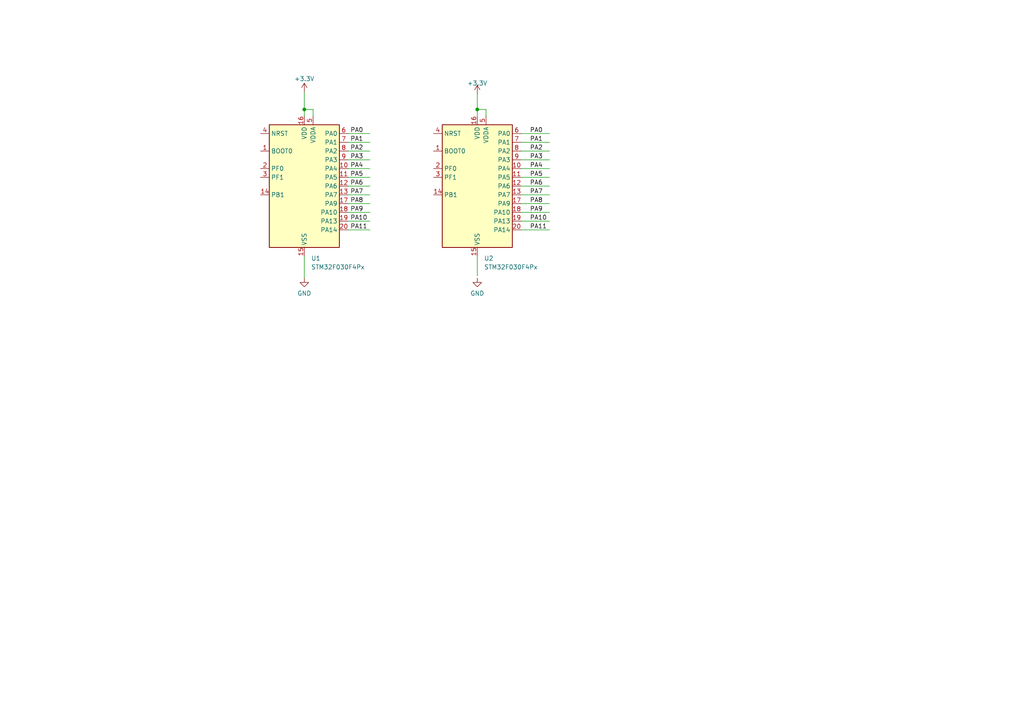
<source format=kicad_sch>
(kicad_sch (version 20230121) (generator eeschema)
  (paper "A4")
  (lib_symbols
    (symbol "MCU_ST_STM32F0:STM32F030F4Px"
      (property "Reference" "U" (at -10.16 19.05 0))
      (property "Value" "STM32F030F4Px" (at 5.08 19.05 0))
      (symbol "STM32F030F4Px_0_1"
        (rectangle (start -10.16 -17.78) (end 10.16 17.78) (stroke (width 0.254)) (fill (type background)))
      )
      (symbol "STM32F030F4Px_1_1"
        (pin input line (at -12.7 10.16 0) (length 2.54) (name "BOOT0") (number "1"))
        (pin bidirectional line (at 12.7 5.08 180) (length 2.54) (name "PA4") (number "10"))
        (pin bidirectional line (at 12.7 2.54 180) (length 2.54) (name "PA5") (number "11"))
        (pin bidirectional line (at 12.7 0 180) (length 2.54) (name "PA6") (number "12"))
        (pin bidirectional line (at 12.7 -2.54 180) (length 2.54) (name "PA7") (number "13"))
        (pin bidirectional line (at -12.7 -2.54 0) (length 2.54) (name "PB1") (number "14"))
        (pin power_in line (at 0 -20.32 90) (length 2.54) (name "VSS") (number "15"))
        (pin power_in line (at 0 20.32 270) (length 2.54) (name "VDD") (number "16"))
        (pin bidirectional line (at 12.7 -5.08 180) (length 2.54) (name "PA9") (number "17"))
        (pin bidirectional line (at 12.7 -7.62 180) (length 2.54) (name "PA10") (number "18"))
        (pin bidirectional line (at 12.7 -10.16 180) (length 2.54) (name "PA13") (number "19"))
        (pin bidirectional line (at -12.7 5.08 0) (length 2.54) (name "PF0") (number "2"))
        (pin bidirectional line (at 12.7 -12.7 180) (length 2.54) (name "PA14") (number "20"))
        (pin bidirectional line (at -12.7 2.54 0) (length 2.54) (name "PF1") (number "3"))
        (pin input line (at -12.7 15.24 0) (length 2.54) (name "NRST") (number "4"))
        (pin power_in line (at 2.54 20.32 270) (length 2.54) (name "VDDA") (number "5"))
        (pin bidirectional line (at 12.7 15.24 180) (length 2.54) (name "PA0") (number "6"))
        (pin bidirectional line (at 12.7 12.7 180) (length 2.54) (name "PA1") (number "7"))
        (pin bidirectional line (at 12.7 10.16 180) (length 2.54) (name "PA2") (number "8"))
        (pin bidirectional line (at 12.7 7.62 180) (length 2.54) (name "PA3") (number "9"))
      )
    )
    (symbol "power:+3.3V" (power) (pin_names (offset 0))
      (property "Value" "+3.3V" (at 0 3.556 0))
      (symbol "+3.3V_0_1"
        (polyline (pts (xy -0.762 1.27) (xy 0 2.54)))
        (polyline (pts (xy 0 0) (xy 0 2.54)))
        (polyline (pts (xy 0 2.54) (xy 0.762 1.27)))
      )
      (symbol "+3.3V_1_1"
        (pin power_in line (at 0 0 90) (length 0) hide (name "+3.3V") (number "1"))
      )
    )
    (symbol "power:GND" (power) (pin_names (offset 0))
      (property "Value" "GND" (at 0 -3.81 0))
      (symbol "GND_0_1"
        (polyline (pts (xy 0 0) (xy 0 -1.27) (xy 1.27 -1.27) (xy 0 -2.54) (xy -1.27 -1.27) (xy 0 -1.27)))
      )
      (symbol "GND_1_1"
        (pin power_in line (at 0 0 270) (length 0) hide (name "GND") (number "1"))
      )
    )
  )
  (junction (at 138.43 31.75))
  (junction (at 88.265 31.75))
  (wire (pts (xy 100.965 61.595) (xy 107.315 61.595)))
  (wire (pts (xy 151.13 53.975) (xy 159.385 53.975)))
  (wire (pts (xy 138.43 27.305) (xy 138.43 31.75)))
  (wire (pts (xy 100.965 53.975) (xy 107.315 53.975)))
  (wire (pts (xy 151.13 41.275) (xy 159.385 41.275)))
  (wire (pts (xy 100.965 48.895) (xy 107.315 48.895)))
  (wire (pts (xy 138.43 74.295) (xy 138.43 80.01)))
  (wire (pts (xy 100.965 51.435) (xy 107.315 51.435)))
  (wire (pts (xy 100.965 66.675) (xy 107.315 66.675)))
  (wire (pts (xy 140.97 31.75) (xy 138.43 31.75)))
  (wire (pts (xy 100.965 56.515) (xy 107.315 56.515)))
  (wire (pts (xy 140.97 33.655) (xy 140.97 31.75)))
  (wire (pts (xy 88.265 74.295) (xy 88.265 80.645)))
  (wire (pts (xy 151.13 64.135) (xy 159.385 64.135)))
  (wire (pts (xy 151.13 43.815) (xy 159.385 43.815)))
  (wire (pts (xy 100.965 41.275) (xy 107.315 41.275)))
  (wire (pts (xy 151.13 66.675) (xy 159.385 66.675)))
  (wire (pts (xy 100.965 64.135) (xy 107.315 64.135)))
  (wire (pts (xy 138.43 31.75) (xy 138.43 33.655)))
  (wire (pts (xy 151.13 59.055) (xy 159.385 59.055)))
  (wire (pts (xy 100.965 43.815) (xy 107.315 43.815)))
  (wire (pts (xy 100.965 59.055) (xy 107.315 59.055)))
  (wire (pts (xy 151.13 46.355) (xy 159.385 46.355)))
  (wire (pts (xy 151.13 38.735) (xy 159.385 38.735)))
  (wire (pts (xy 100.965 46.355) (xy 107.315 46.355)))
  (wire (pts (xy 88.265 31.75) (xy 88.265 33.655)))
  (wire (pts (xy 88.265 26.67) (xy 88.265 31.75)))
  (wire (pts (xy 151.13 56.515) (xy 159.385 56.515)))
  (wire (pts (xy 151.13 48.895) (xy 159.385 48.895)))
  (wire (pts (xy 90.805 33.655) (xy 90.805 31.75)))
  (wire (pts (xy 151.13 51.435) (xy 159.385 51.435)))
  (wire (pts (xy 151.13 61.595) (xy 159.385 61.595)))
  (wire (pts (xy 100.965 38.735) (xy 107.315 38.735)))
  (wire (pts (xy 90.805 31.75) (xy 88.265 31.75)))
  (label "PA1" (at 153.67 41.275 0))
  (label "PA9" (at 153.67 61.595 0))
  (label "PA10" (at 101.6 64.135 0))
  (label "PA3" (at 101.6 46.355 0))
  (label "PA11" (at 153.67 66.675 0))
  (label "PA8" (at 153.67 59.055 0))
  (label "PA2" (at 101.6 43.815 0))
  (label "PA4" (at 153.67 48.895 0))
  (label "PA10" (at 153.67 64.135 0))
  (label "PA4" (at 101.6 48.895 0))
  (label "PA1" (at 101.6 41.275 0))
  (label "PA6" (at 101.6 53.975 0))
  (label "PA0" (at 153.67 38.735 0))
  (label "PA8" (at 101.6 59.055 0))
  (label "PA11" (at 101.6 66.675 0))
  (label "PA7" (at 153.67 56.515 0))
  (label "PA2" (at 153.67 43.815 0))
  (label "PA7" (at 101.6 56.515 0))
  (label "PA0" (at 101.6 38.735 0))
  (label "PA5" (at 153.67 51.435 0))
  (label "PA9" (at 101.6 61.595 0))
  (label "PA3" (at 153.67 46.355 0))
  (label "PA5" (at 101.6 51.435 0))
  (label "PA6" (at 153.67 53.975 0))
  (symbol (lib_id "MCU_ST_STM32F0:STM32F030F4Px") (at 138.43 53.975 0) (unit 1)
    (property "Reference" "U2" (at 140.3859 74.93 0) (effects (justify left)))
    (property "Value" "STM32F030F4Px" (at 140.3859 77.47 0) (effects (justify left)))
    (property "Footprint" "Package_SO:TSSOP-20_4.4x6.5mm_P0.65mm" (effects hide))
    (property "Datasheet" "https://www.st.com/resource/en/datasheet/stm32f030f4.pdf" (effects hide))
  )
  (symbol (lib_id "power:GND") (at 88.265 80.645 0) (unit 1)
    (property "Reference" "#PWR01" (effects hide))
    (property "Value" "GND" (at 88.265 85.09 0))
  )
  (symbol (lib_id "power:+3.3V") (at 138.43 27.305 0) (unit 1)
    (property "Reference" "#PWR04" (effects hide))
    (property "Value" "+3.3V" (at 138.43 24.13 0))
  )
  (symbol (lib_id "power:GND") (at 138.43 80.645 0) (unit 1)
    (property "Reference" "#PWR02" (effects hide))
    (property "Value" "GND" (at 138.43 85.09 0))
  )
  (symbol (lib_id "MCU_ST_STM32F0:STM32F030F4Px") (at 88.265 53.975 0) (unit 1)
    (property "Reference" "U1" (at 90.2209 74.93 0) (effects (justify left)))
    (property "Value" "STM32F030F4Px" (at 90.2209 77.47 0) (effects (justify left)))
    (property "Footprint" "Package_SO:TSSOP-20_4.4x6.5mm_P0.65mm" (effects hide))
    (property "Datasheet" "https://www.st.com/resource/en/datasheet/stm32f030f4.pdf" (effects hide))
  )
  (symbol (lib_id "power:+3.3V") (at 88.265 26.67 0) (unit 1)
    (property "Reference" "#PWR03" (effects hide))
    (property "Value" "+3.3V" (at 88.265 22.86 0))
  )
)
</source>
